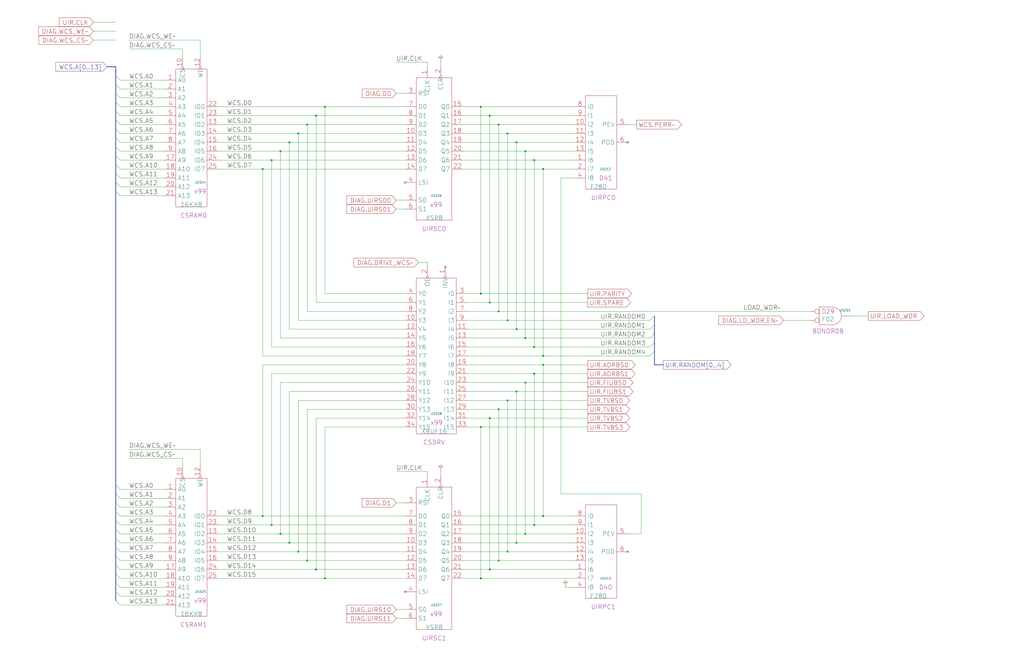
<source format=kicad_sch>
(kicad_sch (version 20220126) (generator eeschema)
  (paper "User" 584.2 378.46)
  (title_block (title "CONTROL STORE\\nRAMS / UIR") (date "22-SEP-90") (rev "2.0") (comment 1 "IOC") (comment 2 "232-003061") (comment 3 "S400") (comment 4 "RELEASED"))
  (lib_symbols
    (symbol "r1000:16KX8" (pin_names (offset 1.016))
      (property "Reference" "U" (at 2.54 5.08 0))
      (property "Value" "16KX8" (at -8.89 -7.62 0))
      (property "Location" "___" (at -1.27 0 0))
      (property "Name" "______" (at -1.27 -15.24 0))
      (symbol "16KX8_1_1"
        (rectangle (start -11.43 69.85) (end 6.35 -8.89))
        (circle (center -7.62 70.485) (radius 0.635))
        (circle (center 2.54 70.485) (radius 0.635))
        (pin input line (at -17.78 63.5 0) (length 6.35) (name "A0") (number "1"))
        (pin input line (at -7.62 76.2 270) (length 5.08) (name "CS") (number "10"))
        (pin input line (at 2.54 76.2 270) (length 5.08) (name "WE") (number "12"))
        (pin tri_state line (at 12.7 38.1 180) (length 6.35) (name "IO2") (number "13"))
        (pin tri_state line (at 12.7 33.02 180) (length 6.35) (name "IO3") (number "14"))
        (pin tri_state line (at 12.7 27.94 180) (length 6.35) (name "IO4") (number "15"))
        (pin tri_state line (at 12.7 22.86 180) (length 6.35) (name "IO5") (number "16"))
        (pin input line (at -17.78 17.78 0) (length 6.35) (name "A9") (number "17"))
        (pin input line (at -17.78 12.7 0) (length 6.35) (name "A10") (number "18"))
        (pin input line (at -17.78 7.62 0) (length 6.35) (name "A11") (number "19"))
        (pin input line (at -17.78 58.42 0) (length 6.35) (name "A1") (number "2"))
        (pin input line (at -17.78 2.54 0) (length 6.35) (name "A12") (number "20"))
        (pin input line (at -17.78 -2.54 0) (length 6.35) (name "A13") (number "21"))
        (pin tri_state line (at 12.7 48.26 180) (length 6.35) (name "IO0") (number "22"))
        (pin tri_state line (at 12.7 43.18 180) (length 6.35) (name "IO1") (number "23"))
        (pin tri_state line (at 12.7 17.78 180) (length 6.35) (name "IO6") (number "24"))
        (pin tri_state line (at 12.7 12.7 180) (length 6.35) (name "IO7") (number "25"))
        (pin input line (at -17.78 53.34 0) (length 6.35) (name "A2") (number "3"))
        (pin input line (at -17.78 48.26 0) (length 6.35) (name "A3") (number "4"))
        (pin input line (at -17.78 43.18 0) (length 6.35) (name "A4") (number "5"))
        (pin input line (at -17.78 38.1 0) (length 6.35) (name "A5") (number "6"))
        (pin input line (at -17.78 33.02 0) (length 6.35) (name "A6") (number "7"))
        (pin input line (at -17.78 27.94 0) (length 6.35) (name "A7") (number "8"))
        (pin input line (at -17.78 22.86 0) (length 6.35) (name "A8") (number "9"))
      )
    )
    (symbol "r1000:F02" (pin_numbers hide) (pin_names hide)
      (property "Reference" "U" (at 12.16 0.635 0))
      (property "Value" "F02" (at -1.27 -4.445 0))
      (property "Location" "___" (at 2.54 0 0))
      (property "Name" "______" (at 2.54 -12.7 0))
      (symbol "F02_0_1"
        (arc (start -3.81 -7.62) (mid -2.9847 -2.54) (end -3.81 2.54) (stroke (width 0.1524)))
        (polyline (pts (xy -5.08 -5.08) (xy -3.175 -5.08)) (stroke (width 0.1524)))
        (polyline (pts (xy -5.08 0) (xy -3.175 0)) (stroke (width 0.1524)))
        (polyline (pts (xy -3.81 -7.62) (xy 2.54 -7.62)) (stroke (width 0.1524)))
        (polyline (pts (xy -3.81 2.54) (xy 2.54 2.54)) (stroke (width 0.1524)))
        (polyline (pts (xy 13.97 -2.54) (xy 12.7 -2.54)) (stroke (width 0.1524)))
        (arc (start 2.54 -7.62) (mid 6.9515 -5.9823) (end 10.16 -2.54) (stroke (width 0.1524)))
        (arc (start 10.16 -2.54) (mid 6.9478 0.8966) (end 2.54 2.54) (stroke (width 0.1524)))
        (circle (center 11.43 -2.54) (radius 1.27) (stroke (width 0.1524)))
      )
      (symbol "F02_0_2"
        (circle (center -3.81 -5.08) (radius 1.27) (stroke (width 0.1524)))
        (circle (center -3.81 0) (radius 1.27) (stroke (width 0.1524)))
        (polyline (pts (xy -2.54 -7.62) (xy 5.08 -7.62)) (stroke (width 0.1524)))
        (polyline (pts (xy -2.54 2.54) (xy -2.54 -7.62)) (stroke (width 0.1524)))
        (polyline (pts (xy -2.54 2.54) (xy 5.08 2.54)) (stroke (width 0.1524)))
        (polyline (pts (xy 11.43 -2.54) (xy 10.16 -2.54)) (stroke (width 0.1524)))
        (polyline (pts (xy 11.43 -2.54) (xy 12.7 -2.54)) (stroke (width 0.1524)))
        (arc (start 5.08 -7.62) (mid 10.1282 -2.54) (end 5.08 2.54) (stroke (width 0.1524)))
      )
      (symbol "F02_1_1"
        (pin input line (at -7.62 0 0) (length 2.54) (name "D0") (number "1"))
        (pin input line (at -7.62 -5.08 0) (length 2.54) (name "D1") (number "2"))
        (pin output line (at 15.24 -2.54 180) (length 1.27) (name "Q") (number "3"))
      )
      (symbol "F02_1_2"
        (pin input line (at -7.62 0 0) (length 2.54) (name "D0") (number "1"))
        (pin input line (at -7.62 -5.08 0) (length 2.54) (name "D1") (number "2"))
        (pin output line (at 15.24 -2.54 180) (length 2.54) (name "Q") (number "3"))
      )
    )
    (symbol "r1000:F280" (pin_names (offset 1.016))
      (property "Reference" "U" (at 2.54 5.08 0))
      (property "Value" "F280" (at -6.35 -5.08 0))
      (property "Location" "___" (at -1.27 0 0))
      (property "Name" "______" (at 1.27 -12.7 0))
      (symbol "F280_1_1"
        (rectangle (start -8.89 46.99) (end 8.89 -6.35))
        (pin input line (at -15.24 10.16 0) (length 6.35) (name "I6") (number "1"))
        (pin input line (at -15.24 30.48 0) (length 6.35) (name "I2") (number "10"))
        (pin input line (at -15.24 25.4 0) (length 6.35) (name "I3") (number "11"))
        (pin input line (at -15.24 20.32 0) (length 6.35) (name "I4") (number "12"))
        (pin input line (at -15.24 15.24 0) (length 6.35) (name "I5") (number "13"))
        (pin input line (at -15.24 5.08 0) (length 6.35) (name "I7") (number "2"))
        (pin input line (at -15.24 0 0) (length 6.35) (name "I8") (number "4"))
        (pin output line (at 15.24 30.48 180) (length 6.35) (name "PEV") (number "5"))
        (pin output line (at 15.24 20.32 180) (length 6.35) (name "POD") (number "6"))
        (pin input line (at -15.24 40.64 0) (length 6.35) (name "I0") (number "8"))
        (pin input line (at -15.24 35.56 0) (length 6.35) (name "I1") (number "9"))
      )
    )
    (symbol "r1000:PU" (power) (pin_numbers hide) (pin_names hide)
      (symbol "PU_0_1"
        (polyline (pts (xy 0 2.54) (xy -1.27 2.54) (xy 0 3.81) (xy 1.27 2.54) (xy 0 2.54)) (stroke (width 0.1524)))
      )
      (symbol "PU_1_1"
        (pin power_in line (at 0 0 90) (length 2.54) (name "PU") (number "1"))
      )
    )
    (symbol "r1000:XBUF16" (pin_names (offset 1.016))
      (property "Reference" "U" (at 2.54 5.08 0))
      (property "Value" "XBUF16" (at -3.81 -5.08 0))
      (property "Location" "___" (at -1.27 0 0))
      (property "Name" "______" (at 3.81 -12.7 0))
      (symbol "XBUF16_1_1"
        (rectangle (start -8.89 82.55) (end 13.97 -6.35))
        (circle (center -2.54 83.185) (radius 0.635))
        (circle (center 7.62 83.185) (radius 0.635))
        (pin input line (at -2.54 88.9 270) (length 5.08) (name "INV") (number "1"))
        (pin tri_state line (at 20.32 58.42 180) (length 6.35) (name "Y3") (number "10"))
        (pin input line (at -15.24 53.34 0) (length 6.35) (name "I4") (number "11"))
        (pin tri_state line (at 20.32 53.34 180) (length 6.35) (name "Y4") (number "12"))
        (pin input line (at -15.24 48.26 0) (length 6.35) (name "I5") (number "13"))
        (pin tri_state line (at 20.32 48.26 180) (length 6.35) (name "Y5") (number "14"))
        (pin input line (at -15.24 43.18 0) (length 6.35) (name "I6") (number "15"))
        (pin tri_state line (at 20.32 43.18 180) (length 6.35) (name "Y6") (number "16"))
        (pin input line (at -15.24 38.1 0) (length 6.35) (name "I7") (number "17"))
        (pin tri_state line (at 20.32 38.1 180) (length 6.35) (name "Y7") (number "18"))
        (pin input line (at -15.24 33.02 0) (length 6.35) (name "I8") (number "19"))
        (pin input line (at 7.62 88.9 270) (length 5.08) (name "OE") (number "2"))
        (pin tri_state line (at 20.32 33.02 180) (length 6.35) (name "Y8") (number "20"))
        (pin input line (at -15.24 27.94 0) (length 6.35) (name "I9") (number "21"))
        (pin tri_state line (at 20.32 27.94 180) (length 6.35) (name "Y9") (number "22"))
        (pin input line (at -15.24 22.86 0) (length 6.35) (name "I10") (number "23"))
        (pin tri_state line (at 20.32 22.86 180) (length 6.35) (name "Y10") (number "24"))
        (pin input line (at -15.24 17.78 0) (length 6.35) (name "I11") (number "25"))
        (pin tri_state line (at 20.32 17.78 180) (length 6.35) (name "Y11") (number "26"))
        (pin input line (at -15.24 12.7 0) (length 6.35) (name "I12") (number "27"))
        (pin tri_state line (at 20.32 12.7 180) (length 6.35) (name "Y12") (number "28"))
        (pin input line (at -15.24 7.62 0) (length 6.35) (name "I13") (number "29"))
        (pin input line (at -15.24 73.66 0) (length 6.35) (name "I0") (number "3"))
        (pin tri_state line (at 20.32 7.62 180) (length 6.35) (name "Y13") (number "30"))
        (pin input line (at -15.24 2.54 0) (length 6.35) (name "I14") (number "31"))
        (pin tri_state line (at 20.32 2.54 180) (length 6.35) (name "Y14") (number "32"))
        (pin input line (at -15.24 -2.54 0) (length 6.35) (name "I15") (number "33"))
        (pin tri_state line (at 20.32 -2.54 180) (length 6.35) (name "Y15") (number "34"))
        (pin tri_state line (at 20.32 73.66 180) (length 6.35) (name "Y0") (number "4"))
        (pin input line (at -15.24 68.58 0) (length 6.35) (name "I1") (number "5"))
        (pin tri_state line (at 20.32 68.58 180) (length 6.35) (name "Y1") (number "6"))
        (pin input line (at -15.24 63.5 0) (length 6.35) (name "I2") (number "7"))
        (pin tri_state line (at 20.32 63.5 180) (length 6.35) (name "Y2") (number "8"))
        (pin input line (at -15.24 58.42 0) (length 6.35) (name "I3") (number "9"))
      )
    )
    (symbol "r1000:XSR8" (pin_names (offset 1.016))
      (property "Reference" "U" (at 2.54 5.08 0))
      (property "Value" "XSR8" (at -3.81 -7.62 0))
      (property "Location" "___" (at -1.27 0 0))
      (property "Name" "______" (at 1.27 -15.24 0))
      (symbol "XSR8_1_1"
        (rectangle (start -8.89 72.39) (end 11.43 -8.89))
        (circle (center 5.08 73.025) (radius 0.635))
        (pin input line (at -2.54 78.74 270) (length 6.35) (name "CLK") (number "1"))
        (pin input line (at -15.24 40.64 0) (length 6.35) (name "D3") (number "10"))
        (pin input line (at -15.24 35.56 0) (length 6.35) (name "D4") (number "11"))
        (pin input line (at -15.24 30.48 0) (length 6.35) (name "D5") (number "12"))
        (pin input line (at -15.24 25.4 0) (length 6.35) (name "D6") (number "13"))
        (pin input line (at -15.24 20.32 0) (length 6.35) (name "D7") (number "14"))
        (pin output line (at 17.78 55.88 180) (length 6.35) (name "Q0") (number "15"))
        (pin output line (at 17.78 50.8 180) (length 6.35) (name "Q1") (number "16"))
        (pin output line (at 17.78 45.72 180) (length 6.35) (name "Q2") (number "17"))
        (pin output line (at 17.78 40.64 180) (length 6.35) (name "Q3") (number "18"))
        (pin output line (at 17.78 35.56 180) (length 6.35) (name "Q4") (number "19"))
        (pin input line (at 5.08 78.74 270) (length 5.08) (name "CLR") (number "2"))
        (pin output line (at 17.78 30.48 180) (length 6.35) (name "Q5") (number "20"))
        (pin output line (at 17.78 25.4 180) (length 6.35) (name "Q6") (number "21"))
        (pin output line (at 17.78 20.32 180) (length 6.35) (name "Q7") (number "22"))
        (pin input line (at -15.24 63.5 0) (length 6.35) (name "RSI") (number "3"))
        (pin input line (at -15.24 12.7 0) (length 6.35) (name "LSI") (number "4"))
        (pin input line (at -15.24 2.54 0) (length 6.35) (name "S0") (number "5"))
        (pin input line (at -15.24 -2.54 0) (length 6.35) (name "S1") (number "6"))
        (pin input line (at -15.24 55.88 0) (length 6.35) (name "D0") (number "7"))
        (pin input line (at -15.24 50.8 0) (length 6.35) (name "D1") (number "8"))
        (pin input line (at -15.24 45.72 0) (length 6.35) (name "D2") (number "9"))
      )
    )
  )
  (bus (pts (xy 373.38 180.34) (xy 373.38 185.42)))
  (bus (pts (xy 373.38 185.42) (xy 373.38 190.5)))
  (bus (pts (xy 373.38 190.5) (xy 373.38 195.58)))
  (bus (pts (xy 373.38 195.58) (xy 373.38 200.66)))
  (bus (pts (xy 373.38 208.28) (xy 373.38 200.66)))
  (bus (pts (xy 378.46 208.28) (xy 373.38 208.28)))
  (bus (pts (xy 60.96 38.1) (xy 66.04 38.1)))
  (bus (pts (xy 66.04 104.14) (xy 66.04 109.22)))
  (bus (pts (xy 66.04 109.22) (xy 66.04 276.86)))
  (bus (pts (xy 66.04 276.86) (xy 66.04 281.94)))
  (bus (pts (xy 66.04 281.94) (xy 66.04 287.02)))
  (bus (pts (xy 66.04 287.02) (xy 66.04 292.1)))
  (bus (pts (xy 66.04 292.1) (xy 66.04 297.18)))
  (bus (pts (xy 66.04 297.18) (xy 66.04 302.26)))
  (bus (pts (xy 66.04 302.26) (xy 66.04 307.34)))
  (bus (pts (xy 66.04 307.34) (xy 66.04 312.42)))
  (bus (pts (xy 66.04 312.42) (xy 66.04 317.5)))
  (bus (pts (xy 66.04 317.5) (xy 66.04 322.58)))
  (bus (pts (xy 66.04 322.58) (xy 66.04 327.66)))
  (bus (pts (xy 66.04 327.66) (xy 66.04 332.74)))
  (bus (pts (xy 66.04 332.74) (xy 66.04 337.82)))
  (bus (pts (xy 66.04 337.82) (xy 66.04 342.9)))
  (bus (pts (xy 66.04 38.1) (xy 66.04 43.18)))
  (bus (pts (xy 66.04 43.18) (xy 66.04 48.26)))
  (bus (pts (xy 66.04 48.26) (xy 66.04 53.34)))
  (bus (pts (xy 66.04 53.34) (xy 66.04 58.42)))
  (bus (pts (xy 66.04 58.42) (xy 66.04 63.5)))
  (bus (pts (xy 66.04 63.5) (xy 66.04 68.58)))
  (bus (pts (xy 66.04 68.58) (xy 66.04 73.66)))
  (bus (pts (xy 66.04 73.66) (xy 66.04 78.74)))
  (bus (pts (xy 66.04 78.74) (xy 66.04 83.82)))
  (bus (pts (xy 66.04 83.82) (xy 66.04 88.9)))
  (bus (pts (xy 66.04 88.9) (xy 66.04 93.98)))
  (bus (pts (xy 66.04 93.98) (xy 66.04 99.06)))
  (bus (pts (xy 66.04 99.06) (xy 66.04 104.14)))
  (wire (pts (xy 104.14 266.7) (xy 104.14 261.62)))
  (wire (pts (xy 104.14 33.02) (xy 104.14 27.94)))
  (wire (pts (xy 114.3 266.7) (xy 114.3 256.54)))
  (wire (pts (xy 114.3 33.02) (xy 114.3 22.86)))
  (wire (pts (xy 124.46 294.64) (xy 149.86 294.64)))
  (wire (pts (xy 124.46 299.72) (xy 154.94 299.72)))
  (wire (pts (xy 124.46 304.8) (xy 160.02 304.8)))
  (wire (pts (xy 124.46 309.88) (xy 165.1 309.88)))
  (wire (pts (xy 124.46 314.96) (xy 170.18 314.96)))
  (wire (pts (xy 124.46 320.04) (xy 175.26 320.04)))
  (wire (pts (xy 124.46 325.12) (xy 180.34 325.12)))
  (wire (pts (xy 124.46 330.2) (xy 185.42 330.2)))
  (wire (pts (xy 124.46 60.96) (xy 185.42 60.96)))
  (wire (pts (xy 124.46 66.04) (xy 180.34 66.04)))
  (wire (pts (xy 124.46 71.12) (xy 175.26 71.12)))
  (wire (pts (xy 124.46 76.2) (xy 170.18 76.2)))
  (wire (pts (xy 124.46 81.28) (xy 165.1 81.28)))
  (wire (pts (xy 124.46 86.36) (xy 160.02 86.36)))
  (wire (pts (xy 124.46 91.44) (xy 154.94 91.44)))
  (wire (pts (xy 124.46 96.52) (xy 149.86 96.52)))
  (wire (pts (xy 149.86 203.2) (xy 149.86 96.52)))
  (wire (pts (xy 149.86 208.28) (xy 149.86 294.64)))
  (wire (pts (xy 149.86 294.64) (xy 231.14 294.64)))
  (wire (pts (xy 149.86 96.52) (xy 231.14 96.52)))
  (wire (pts (xy 154.94 198.12) (xy 154.94 91.44)))
  (wire (pts (xy 154.94 213.36) (xy 154.94 299.72)))
  (wire (pts (xy 154.94 299.72) (xy 231.14 299.72)))
  (wire (pts (xy 154.94 91.44) (xy 231.14 91.44)))
  (wire (pts (xy 160.02 193.04) (xy 160.02 86.36)))
  (wire (pts (xy 160.02 218.44) (xy 160.02 304.8)))
  (wire (pts (xy 160.02 304.8) (xy 231.14 304.8)))
  (wire (pts (xy 160.02 86.36) (xy 231.14 86.36)))
  (wire (pts (xy 165.1 187.96) (xy 165.1 81.28)))
  (wire (pts (xy 165.1 223.52) (xy 165.1 309.88)))
  (wire (pts (xy 165.1 309.88) (xy 231.14 309.88)))
  (wire (pts (xy 165.1 81.28) (xy 231.14 81.28)))
  (wire (pts (xy 170.18 182.88) (xy 170.18 76.2)))
  (wire (pts (xy 170.18 228.6) (xy 170.18 314.96)))
  (wire (pts (xy 170.18 314.96) (xy 231.14 314.96)))
  (wire (pts (xy 170.18 76.2) (xy 231.14 76.2)))
  (wire (pts (xy 175.26 177.8) (xy 175.26 71.12)))
  (wire (pts (xy 175.26 233.68) (xy 175.26 320.04)))
  (wire (pts (xy 175.26 320.04) (xy 231.14 320.04)))
  (wire (pts (xy 175.26 71.12) (xy 231.14 71.12)))
  (wire (pts (xy 180.34 172.72) (xy 180.34 66.04)))
  (wire (pts (xy 180.34 238.76) (xy 180.34 325.12)))
  (wire (pts (xy 180.34 325.12) (xy 231.14 325.12)))
  (wire (pts (xy 180.34 66.04) (xy 231.14 66.04)))
  (wire (pts (xy 185.42 167.64) (xy 185.42 60.96)))
  (wire (pts (xy 185.42 243.84) (xy 185.42 330.2)))
  (wire (pts (xy 185.42 330.2) (xy 231.14 330.2)))
  (wire (pts (xy 185.42 60.96) (xy 231.14 60.96)))
  (wire (pts (xy 226.06 114.3) (xy 231.14 114.3)))
  (wire (pts (xy 226.06 119.38) (xy 231.14 119.38)))
  (wire (pts (xy 226.06 269.24) (xy 243.84 269.24)))
  (wire (pts (xy 226.06 287.02) (xy 231.14 287.02)))
  (wire (pts (xy 226.06 347.98) (xy 231.14 347.98)))
  (wire (pts (xy 226.06 35.56) (xy 243.84 35.56)))
  (wire (pts (xy 226.06 353.06) (xy 231.14 353.06)))
  (wire (pts (xy 226.06 53.34) (xy 231.14 53.34)))
  (wire (pts (xy 231.14 167.64) (xy 185.42 167.64)))
  (wire (pts (xy 231.14 172.72) (xy 180.34 172.72)))
  (wire (pts (xy 231.14 177.8) (xy 175.26 177.8)))
  (wire (pts (xy 231.14 182.88) (xy 170.18 182.88)))
  (wire (pts (xy 231.14 187.96) (xy 165.1 187.96)))
  (wire (pts (xy 231.14 193.04) (xy 160.02 193.04)))
  (wire (pts (xy 231.14 198.12) (xy 154.94 198.12)))
  (wire (pts (xy 231.14 203.2) (xy 149.86 203.2)))
  (wire (pts (xy 231.14 208.28) (xy 149.86 208.28)))
  (wire (pts (xy 231.14 213.36) (xy 154.94 213.36)))
  (wire (pts (xy 231.14 218.44) (xy 160.02 218.44)))
  (wire (pts (xy 231.14 223.52) (xy 165.1 223.52)))
  (wire (pts (xy 231.14 228.6) (xy 170.18 228.6)))
  (wire (pts (xy 231.14 233.68) (xy 175.26 233.68)))
  (wire (pts (xy 231.14 238.76) (xy 180.34 238.76)))
  (wire (pts (xy 231.14 243.84) (xy 185.42 243.84)))
  (wire (pts (xy 238.76 149.86) (xy 243.84 149.86)))
  (wire (pts (xy 243.84 149.86) (xy 243.84 152.4)))
  (wire (pts (xy 243.84 271.78) (xy 243.84 269.24)))
  (wire (pts (xy 243.84 38.1) (xy 243.84 35.56)))
  (wire (pts (xy 251.46 269.24) (xy 251.46 271.78)))
  (wire (pts (xy 251.46 35.56) (xy 251.46 38.1)))
  (wire (pts (xy 264.16 294.64) (xy 309.88 294.64)))
  (wire (pts (xy 264.16 299.72) (xy 304.8 299.72)))
  (wire (pts (xy 264.16 304.8) (xy 299.72 304.8)))
  (wire (pts (xy 264.16 309.88) (xy 294.64 309.88)))
  (wire (pts (xy 264.16 314.96) (xy 289.56 314.96)))
  (wire (pts (xy 264.16 320.04) (xy 284.48 320.04)))
  (wire (pts (xy 264.16 325.12) (xy 279.4 325.12)))
  (wire (pts (xy 264.16 330.2) (xy 274.32 330.2)))
  (wire (pts (xy 264.16 60.96) (xy 274.32 60.96)))
  (wire (pts (xy 264.16 66.04) (xy 279.4 66.04)))
  (wire (pts (xy 264.16 71.12) (xy 284.48 71.12)))
  (wire (pts (xy 264.16 76.2) (xy 289.56 76.2)))
  (wire (pts (xy 264.16 81.28) (xy 294.64 81.28)))
  (wire (pts (xy 264.16 86.36) (xy 299.72 86.36)))
  (wire (pts (xy 264.16 91.44) (xy 304.8 91.44)))
  (wire (pts (xy 264.16 96.52) (xy 309.88 96.52)))
  (wire (pts (xy 266.7 167.64) (xy 274.32 167.64)))
  (wire (pts (xy 266.7 172.72) (xy 279.4 172.72)))
  (wire (pts (xy 266.7 177.8) (xy 284.48 177.8)))
  (wire (pts (xy 266.7 182.88) (xy 289.56 182.88)))
  (wire (pts (xy 266.7 187.96) (xy 294.64 187.96)))
  (wire (pts (xy 266.7 193.04) (xy 299.72 193.04)))
  (wire (pts (xy 266.7 198.12) (xy 304.8 198.12)))
  (wire (pts (xy 266.7 203.2) (xy 309.88 203.2)))
  (wire (pts (xy 266.7 208.28) (xy 309.88 208.28)))
  (wire (pts (xy 266.7 213.36) (xy 304.8 213.36)))
  (wire (pts (xy 266.7 218.44) (xy 299.72 218.44)))
  (wire (pts (xy 266.7 223.52) (xy 294.64 223.52)))
  (wire (pts (xy 266.7 228.6) (xy 289.56 228.6)))
  (wire (pts (xy 266.7 233.68) (xy 284.48 233.68)))
  (wire (pts (xy 266.7 238.76) (xy 279.4 238.76)))
  (wire (pts (xy 266.7 243.84) (xy 274.32 243.84)))
  (wire (pts (xy 274.32 167.64) (xy 274.32 60.96)))
  (wire (pts (xy 274.32 167.64) (xy 335.28 167.64)))
  (wire (pts (xy 274.32 243.84) (xy 274.32 330.2)))
  (wire (pts (xy 274.32 243.84) (xy 335.28 243.84)))
  (wire (pts (xy 274.32 330.2) (xy 327.66 330.2)))
  (wire (pts (xy 274.32 60.96) (xy 327.66 60.96)))
  (wire (pts (xy 279.4 172.72) (xy 279.4 66.04)))
  (wire (pts (xy 279.4 172.72) (xy 335.28 172.72)))
  (wire (pts (xy 279.4 238.76) (xy 279.4 325.12)))
  (wire (pts (xy 279.4 238.76) (xy 335.28 238.76)))
  (wire (pts (xy 279.4 325.12) (xy 327.66 325.12)))
  (wire (pts (xy 279.4 66.04) (xy 327.66 66.04)))
  (wire (pts (xy 284.48 177.8) (xy 284.48 71.12)))
  (wire (pts (xy 284.48 177.8) (xy 462.28 177.8)))
  (wire (pts (xy 284.48 233.68) (xy 284.48 320.04)))
  (wire (pts (xy 284.48 233.68) (xy 335.28 233.68)))
  (wire (pts (xy 284.48 320.04) (xy 327.66 320.04)))
  (wire (pts (xy 284.48 71.12) (xy 327.66 71.12)))
  (wire (pts (xy 289.56 182.88) (xy 289.56 76.2)))
  (wire (pts (xy 289.56 182.88) (xy 370.84 182.88)))
  (wire (pts (xy 289.56 228.6) (xy 289.56 314.96)))
  (wire (pts (xy 289.56 228.6) (xy 335.28 228.6)))
  (wire (pts (xy 289.56 314.96) (xy 327.66 314.96)))
  (wire (pts (xy 289.56 76.2) (xy 327.66 76.2)))
  (wire (pts (xy 294.64 187.96) (xy 294.64 81.28)))
  (wire (pts (xy 294.64 187.96) (xy 370.84 187.96)))
  (wire (pts (xy 294.64 223.52) (xy 294.64 309.88)))
  (wire (pts (xy 294.64 223.52) (xy 335.28 223.52)))
  (wire (pts (xy 294.64 309.88) (xy 327.66 309.88)))
  (wire (pts (xy 294.64 81.28) (xy 327.66 81.28)))
  (wire (pts (xy 299.72 193.04) (xy 299.72 86.36)))
  (wire (pts (xy 299.72 193.04) (xy 370.84 193.04)))
  (wire (pts (xy 299.72 218.44) (xy 299.72 304.8)))
  (wire (pts (xy 299.72 218.44) (xy 335.28 218.44)))
  (wire (pts (xy 299.72 304.8) (xy 327.66 304.8)))
  (wire (pts (xy 299.72 86.36) (xy 327.66 86.36)))
  (wire (pts (xy 304.8 198.12) (xy 304.8 91.44)))
  (wire (pts (xy 304.8 198.12) (xy 370.84 198.12)))
  (wire (pts (xy 304.8 213.36) (xy 304.8 299.72)))
  (wire (pts (xy 304.8 213.36) (xy 335.28 213.36)))
  (wire (pts (xy 304.8 299.72) (xy 327.66 299.72)))
  (wire (pts (xy 304.8 91.44) (xy 327.66 91.44)))
  (wire (pts (xy 309.88 203.2) (xy 309.88 96.52)))
  (wire (pts (xy 309.88 203.2) (xy 370.84 203.2)))
  (wire (pts (xy 309.88 208.28) (xy 309.88 294.64)))
  (wire (pts (xy 309.88 208.28) (xy 335.28 208.28)))
  (wire (pts (xy 309.88 294.64) (xy 327.66 294.64)))
  (wire (pts (xy 309.88 96.52) (xy 327.66 96.52)))
  (wire (pts (xy 320.04 101.6) (xy 320.04 281.94)))
  (wire (pts (xy 320.04 101.6) (xy 327.66 101.6)))
  (wire (pts (xy 320.04 281.94) (xy 365.76 281.94)))
  (wire (pts (xy 322.58 335.28) (xy 327.66 335.28)))
  (wire (pts (xy 358.14 71.12) (xy 363.22 71.12)))
  (wire (pts (xy 365.76 281.94) (xy 365.76 304.8)))
  (wire (pts (xy 365.76 304.8) (xy 358.14 304.8)))
  (wire (pts (xy 447.04 182.88) (xy 462.28 182.88)))
  (wire (pts (xy 485.14 180.34) (xy 495.3 180.34)))
  (wire (pts (xy 53.34 12.7) (xy 66.04 12.7)))
  (wire (pts (xy 53.34 17.78) (xy 66.04 17.78)))
  (wire (pts (xy 53.34 22.86) (xy 66.04 22.86)))
  (wire (pts (xy 68.58 101.6) (xy 93.98 101.6)))
  (wire (pts (xy 68.58 106.68) (xy 93.98 106.68)))
  (wire (pts (xy 68.58 111.76) (xy 93.98 111.76)))
  (wire (pts (xy 68.58 279.4) (xy 93.98 279.4)))
  (wire (pts (xy 68.58 284.48) (xy 93.98 284.48)))
  (wire (pts (xy 68.58 289.56) (xy 93.98 289.56)))
  (wire (pts (xy 68.58 294.64) (xy 93.98 294.64)))
  (wire (pts (xy 68.58 299.72) (xy 93.98 299.72)))
  (wire (pts (xy 68.58 304.8) (xy 93.98 304.8)))
  (wire (pts (xy 68.58 309.88) (xy 93.98 309.88)))
  (wire (pts (xy 68.58 314.96) (xy 93.98 314.96)))
  (wire (pts (xy 68.58 320.04) (xy 93.98 320.04)))
  (wire (pts (xy 68.58 325.12) (xy 93.98 325.12)))
  (wire (pts (xy 68.58 330.2) (xy 93.98 330.2)))
  (wire (pts (xy 68.58 335.28) (xy 93.98 335.28)))
  (wire (pts (xy 68.58 340.36) (xy 93.98 340.36)))
  (wire (pts (xy 68.58 345.44) (xy 93.98 345.44)))
  (wire (pts (xy 68.58 45.72) (xy 93.98 45.72)))
  (wire (pts (xy 68.58 50.8) (xy 93.98 50.8)))
  (wire (pts (xy 68.58 55.88) (xy 93.98 55.88)))
  (wire (pts (xy 68.58 60.96) (xy 93.98 60.96)))
  (wire (pts (xy 68.58 66.04) (xy 93.98 66.04)))
  (wire (pts (xy 68.58 71.12) (xy 93.98 71.12)))
  (wire (pts (xy 68.58 76.2) (xy 93.98 76.2)))
  (wire (pts (xy 68.58 81.28) (xy 93.98 81.28)))
  (wire (pts (xy 68.58 86.36) (xy 93.98 86.36)))
  (wire (pts (xy 68.58 91.44) (xy 93.98 91.44)))
  (wire (pts (xy 68.58 96.52) (xy 93.98 96.52)))
  (wire (pts (xy 73.66 22.86) (xy 114.3 22.86)))
  (wire (pts (xy 73.66 256.54) (xy 114.3 256.54)))
  (wire (pts (xy 73.66 261.62) (xy 104.14 261.62)))
  (wire (pts (xy 73.66 27.94) (xy 104.14 27.94)))
  (global_label "UIR.CLK" (shape input) (at 53.34 12.7 180) (effects (font (size 2.54 2.54))) (property "Intersheet References" "${INTERSHEET_REFS}" (at 33.7578 12.5413 0) (effects (font (size 1.905 1.905)) (justify right))))
  (global_label "DIAG.WCS_WE~" (shape input) (at 53.34 17.78 180) (effects (font (size 2.54 2.54))) (property "Intersheet References" "${INTERSHEET_REFS}" (at 22.0254 17.6213 0) (effects (font (size 1.905 1.905)) (justify right))))
  (global_label "DIAG.WCS_CS~" (shape input) (at 53.34 22.86 180) (effects (font (size 2.54 2.54))) (property "Intersheet References" "${INTERSHEET_REFS}" (at 22.2673 22.7013 0) (effects (font (size 1.905 1.905)) (justify right))))
  (global_label "WCS.A[0..13]" (shape input) (at 60.96 38.1 180) (effects (font (size 2.54 2.54))) (property "Intersheet References" "${INTERSHEET_REFS}" (at 31.8226 37.9413 0) (effects (font (size 1.905 1.905)) (justify right))))
  (bus_entry (at 66.04 43.18) (size 2.54 2.54))
  (bus_entry (at 66.04 48.26) (size 2.54 2.54))
  (bus_entry (at 66.04 53.34) (size 2.54 2.54))
  (bus_entry (at 66.04 58.42) (size 2.54 2.54))
  (bus_entry (at 66.04 63.5) (size 2.54 2.54))
  (bus_entry (at 66.04 68.58) (size 2.54 2.54))
  (bus_entry (at 66.04 73.66) (size 2.54 2.54))
  (bus_entry (at 66.04 78.74) (size 2.54 2.54))
  (bus_entry (at 66.04 83.82) (size 2.54 2.54))
  (bus_entry (at 66.04 88.9) (size 2.54 2.54))
  (bus_entry (at 66.04 93.98) (size 2.54 2.54))
  (bus_entry (at 66.04 99.06) (size 2.54 2.54))
  (bus_entry (at 66.04 104.14) (size 2.54 2.54))
  (bus_entry (at 66.04 109.22) (size 2.54 2.54))
  (bus_entry (at 66.04 276.86) (size 2.54 2.54))
  (bus_entry (at 66.04 281.94) (size 2.54 2.54))
  (bus_entry (at 66.04 287.02) (size 2.54 2.54))
  (bus_entry (at 66.04 292.1) (size 2.54 2.54))
  (bus_entry (at 66.04 297.18) (size 2.54 2.54))
  (bus_entry (at 66.04 302.26) (size 2.54 2.54))
  (bus_entry (at 66.04 307.34) (size 2.54 2.54))
  (bus_entry (at 66.04 312.42) (size 2.54 2.54))
  (bus_entry (at 66.04 317.5) (size 2.54 2.54))
  (bus_entry (at 66.04 322.58) (size 2.54 2.54))
  (bus_entry (at 66.04 327.66) (size 2.54 2.54))
  (bus_entry (at 66.04 332.74) (size 2.54 2.54))
  (bus_entry (at 66.04 337.82) (size 2.54 2.54))
  (bus_entry (at 66.04 342.9) (size 2.54 2.54))
  (label "DIAG.WCS_WE~" (at 73.66 22.86 0) (effects (font (size 2.54 2.54))))
  (label "DIAG.WCS_CS~" (at 73.66 27.94 0) (effects (font (size 2.54 2.54))))
  (label "WCS.A0" (at 73.66 45.72 0) (effects (font (size 2.54 2.54))))
  (label "WCS.A1" (at 73.66 50.8 0) (effects (font (size 2.54 2.54))))
  (label "WCS.A2" (at 73.66 55.88 0) (effects (font (size 2.54 2.54))))
  (label "WCS.A3" (at 73.66 60.96 0) (effects (font (size 2.54 2.54))))
  (label "WCS.A4" (at 73.66 66.04 0) (effects (font (size 2.54 2.54))))
  (label "WCS.A5" (at 73.66 71.12 0) (effects (font (size 2.54 2.54))))
  (label "WCS.A6" (at 73.66 76.2 0) (effects (font (size 2.54 2.54))))
  (label "WCS.A7" (at 73.66 81.28 0) (effects (font (size 2.54 2.54))))
  (label "WCS.A8" (at 73.66 86.36 0) (effects (font (size 2.54 2.54))))
  (label "WCS.A9" (at 73.66 91.44 0) (effects (font (size 2.54 2.54))))
  (label "WCS.A10" (at 73.66 96.52 0) (effects (font (size 2.54 2.54))))
  (label "WCS.A11" (at 73.66 101.6 0) (effects (font (size 2.54 2.54))))
  (label "WCS.A12" (at 73.66 106.68 0) (effects (font (size 2.54 2.54))))
  (label "WCS.A13" (at 73.66 111.76 0) (effects (font (size 2.54 2.54))))
  (label "DIAG.WCS_WE~" (at 73.66 256.54 0) (effects (font (size 2.54 2.54))))
  (label "DIAG.WCS_CS~" (at 73.66 261.62 0) (effects (font (size 2.54 2.54))))
  (label "WCS.A0" (at 73.66 279.4 0) (effects (font (size 2.54 2.54))))
  (label "WCS.A1" (at 73.66 284.48 0) (effects (font (size 2.54 2.54))))
  (label "WCS.A2" (at 73.66 289.56 0) (effects (font (size 2.54 2.54))))
  (label "WCS.A3" (at 73.66 294.64 0) (effects (font (size 2.54 2.54))))
  (label "WCS.A4" (at 73.66 299.72 0) (effects (font (size 2.54 2.54))))
  (label "WCS.A5" (at 73.66 304.8 0) (effects (font (size 2.54 2.54))))
  (label "WCS.A6" (at 73.66 309.88 0) (effects (font (size 2.54 2.54))))
  (label "WCS.A7" (at 73.66 314.96 0) (effects (font (size 2.54 2.54))))
  (label "WCS.A8" (at 73.66 320.04 0) (effects (font (size 2.54 2.54))))
  (label "WCS.A9" (at 73.66 325.12 0) (effects (font (size 2.54 2.54))))
  (label "WCS.A10" (at 73.66 330.2 0) (effects (font (size 2.54 2.54))))
  (label "WCS.A11" (at 73.66 335.28 0) (effects (font (size 2.54 2.54))))
  (label "WCS.A12" (at 73.66 340.36 0) (effects (font (size 2.54 2.54))))
  (label "WCS.A13" (at 73.66 345.44 0) (effects (font (size 2.54 2.54))))
  (symbol (lib_id "r1000:16KX8") (at 111.76 109.22 0) (unit 1)
    (property "Reference" "U5324" (at 114.3 104.14 0))
    (property "Value" "16KX8" (at 102.87 116.84 0) (effects (font (size 2.54 2.54)) (justify left)))
    (property "Location" "x99" (at 110.49 109.22 0) (effects (font (size 2.54 2.54)) (justify left)))
    (property "Name" "CSRAM0" (at 110.49 124.46 0) (effects (font (size 2.54 2.54)) (justify bottom)))
  )
  (symbol (lib_id "r1000:16KX8") (at 111.76 342.9 0) (unit 1)
    (property "Reference" "U5325" (at 114.3 337.82 0))
    (property "Value" "16KX8" (at 102.87 350.52 0) (effects (font (size 2.54 2.54)) (justify left)))
    (property "Location" "x99" (at 110.49 342.9 0) (effects (font (size 2.54 2.54)) (justify left)))
    (property "Name" "CSRAM1" (at 110.49 358.14 0) (effects (font (size 2.54 2.54)) (justify bottom)))
  )
  (label "WCS.D0" (at 129.54 60.96 0) (effects (font (size 2.54 2.54))))
  (label "WCS.D1" (at 129.54 66.04 0) (effects (font (size 2.54 2.54))))
  (label "WCS.D2" (at 129.54 71.12 0) (effects (font (size 2.54 2.54))))
  (label "WCS.D3" (at 129.54 76.2 0) (effects (font (size 2.54 2.54))))
  (label "WCS.D4" (at 129.54 81.28 0) (effects (font (size 2.54 2.54))))
  (label "WCS.D5" (at 129.54 86.36 0) (effects (font (size 2.54 2.54))))
  (label "WCS.D6" (at 129.54 91.44 0) (effects (font (size 2.54 2.54))))
  (label "WCS.D7" (at 129.54 96.52 0) (effects (font (size 2.54 2.54))))
  (label "WCS.D8" (at 129.54 294.64 0) (effects (font (size 2.54 2.54))))
  (label "WCS.D9" (at 129.54 299.72 0) (effects (font (size 2.54 2.54))))
  (label "WCS.D10" (at 129.54 304.8 0) (effects (font (size 2.54 2.54))))
  (label "WCS.D11" (at 129.54 309.88 0) (effects (font (size 2.54 2.54))))
  (label "WCS.D12" (at 129.54 314.96 0) (effects (font (size 2.54 2.54))))
  (label "WCS.D13" (at 129.54 320.04 0) (effects (font (size 2.54 2.54))))
  (label "WCS.D14" (at 129.54 325.12 0) (effects (font (size 2.54 2.54))))
  (label "WCS.D15" (at 129.54 330.2 0) (effects (font (size 2.54 2.54))))
  (junction (at 149.86 96.52))
  (junction (at 149.86 294.64))
  (junction (at 154.94 91.44))
  (junction (at 154.94 299.72))
  (junction (at 160.02 86.36))
  (junction (at 160.02 304.8))
  (junction (at 165.1 81.28))
  (junction (at 165.1 309.88))
  (junction (at 170.18 76.2))
  (junction (at 170.18 314.96))
  (junction (at 175.26 71.12))
  (junction (at 175.26 320.04))
  (junction (at 180.34 66.04))
  (junction (at 180.34 325.12))
  (junction (at 185.42 60.96))
  (junction (at 185.42 330.2))
  (label "UIR.CLK" (at 226.06 35.56 0) (effects (font (size 2.54 2.54))))
  (global_label "DIAG.D0" (shape input) (at 226.06 53.34 180) (effects (font (size 2.54 2.54))) (property "Intersheetrefs" "${INTERSHEET_REFS}" (at 205.7415 53.34 0) (effects (justify right))))
  (global_label "DIAG.UIRS00" (shape input) (at 226.06 114.3 180) (effects (font (size 2.54 2.54))) (property "Intersheet References" "${INTERSHEET_REFS}" (at 197.8902 114.1413 0) (effects (font (size 1.905 1.905)) (justify right))))
  (global_label "DIAG.UIRS01" (shape input) (at 226.06 119.38 180) (effects (font (size 2.54 2.54))) (property "Intersheet References" "${INTERSHEET_REFS}" (at 197.8902 119.2213 0) (effects (font (size 1.905 1.905)) (justify right))))
  (label "UIR.CLK" (at 226.06 269.24 0) (effects (font (size 2.54 2.54))))
  (global_label "DIAG.D1" (shape input) (at 226.06 287.02 180) (effects (font (size 2.54 2.54))) (property "Intersheet References" "${INTERSHEET_REFS}" (at 206.5988 286.8613 0) (effects (font (size 1.905 1.905)) (justify right))))
  (global_label "DIAG.UIRS10" (shape input) (at 226.06 347.98 180) (effects (font (size 2.54 2.54))) (property "Intersheet References" "${INTERSHEET_REFS}" (at 197.8902 347.8213 0) (effects (font (size 1.905 1.905)) (justify right))))
  (global_label "DIAG.UIRS11" (shape input) (at 226.06 353.06 180) (effects (font (size 2.54 2.54))) (property "Intersheet References" "${INTERSHEET_REFS}" (at 197.8902 352.9013 0) (effects (font (size 1.905 1.905)) (justify right))))
  (no_connect (at 231.14 104.14))
  (no_connect (at 231.14 337.82))
  (global_label "DIAG.DRIVE_WCS~" (shape input) (at 238.76 149.86 180) (effects (font (size 2.54 2.54))) (property "Intersheet References" "${INTERSHEET_REFS}" (at 201.8816 149.7013 0) (effects (font (size 1.905 1.905)) (justify right))))
  (symbol (lib_id "r1000:XSR8") (at 246.38 116.84 0) (unit 1)
    (property "Reference" "U5326" (at 248.92 111.76 0))
    (property "Value" "XSR8" (at 242.57 124.46 0) (effects (font (size 2.54 2.54)) (justify left)))
    (property "Location" "x99" (at 245.11 116.84 0) (effects (font (size 2.54 2.54)) (justify left)))
    (property "Name" "UIRSC0" (at 247.65 132.08 0) (effects (font (size 2.54 2.54)) (justify bottom)))
  )
  (symbol (lib_id "r1000:XSR8") (at 246.38 350.52 0) (unit 1)
    (property "Reference" "U5327" (at 248.92 345.44 0))
    (property "Value" "XSR8" (at 242.57 358.14 0) (effects (font (size 2.54 2.54)) (justify left)))
    (property "Location" "x99" (at 245.11 350.52 0) (effects (font (size 2.54 2.54)) (justify left)))
    (property "Name" "UIRSC1" (at 247.65 365.76 0) (effects (font (size 2.54 2.54)) (justify bottom)))
  )
  (symbol (lib_id "r1000:PU") (at 251.46 35.56 0) (unit 1)
    (property "Reference" "#PWR05201" (effects hide))
    (property "Value" "PU" (effects hide))
  )
  (symbol (lib_id "r1000:XBUF16") (at 251.46 241.3 0) (mirror y) (unit 1)
    (property "Reference" "U5328" (at 248.92 236.22 0))
    (property "Value" "XBUF16" (at 255.27 246.38 0) (effects (font (size 2.54 2.54)) (justify left)))
    (property "Location" "x99" (at 252.73 241.3 0) (effects (font (size 2.54 2.54)) (justify left)))
    (property "Name" "CSDRV" (at 247.65 254 0) (effects (font (size 2.54 2.54)) (justify bottom)))
  )
  (symbol (lib_id "r1000:PU") (at 251.46 269.24 0) (unit 1)
    (property "Reference" "#PWR05314" (effects hide))
    (property "Value" "PU" (effects hide))
  )
  (no_connect (at 254 152.4))
  (junction (at 274.32 60.96))
  (junction (at 274.32 167.64))
  (junction (at 274.32 243.84))
  (junction (at 274.32 330.2))
  (junction (at 279.4 66.04))
  (junction (at 279.4 172.72))
  (junction (at 279.4 238.76))
  (junction (at 279.4 325.12))
  (junction (at 284.48 71.12))
  (junction (at 284.48 177.8))
  (junction (at 284.48 233.68))
  (junction (at 284.48 320.04))
  (junction (at 289.56 76.2))
  (junction (at 289.56 182.88))
  (junction (at 289.56 228.6))
  (junction (at 289.56 314.96))
  (junction (at 294.64 81.28))
  (junction (at 294.64 187.96))
  (junction (at 294.64 223.52))
  (junction (at 294.64 309.88))
  (junction (at 299.72 86.36))
  (junction (at 299.72 193.04))
  (junction (at 299.72 218.44))
  (junction (at 299.72 304.8))
  (junction (at 304.8 91.44))
  (junction (at 304.8 198.12))
  (junction (at 304.8 213.36))
  (junction (at 304.8 299.72))
  (junction (at 309.88 96.52))
  (junction (at 309.88 203.2))
  (junction (at 309.88 208.28))
  (junction (at 309.88 294.64))
  (symbol (lib_id "r1000:PU") (at 322.58 335.28 0) (unit 1)
    (property "Reference" "#PWR05205" (effects hide))
    (property "Value" "PU" (effects hide))
  )
  (global_label "UIR.PARITY" (shape output) (at 335.28 167.64 0) (effects (font (size 2.54 2.54))) (property "Intersheet References" "${INTERSHEET_REFS}" (at 360.305 167.4813 0) (effects (font (size 1.905 1.905)) (justify left))))
  (global_label "UIR.SPARE" (shape output) (at 335.28 172.72 0) (effects (font (size 2.54 2.54))) (property "Intersheet References" "${INTERSHEET_REFS}" (at 359.7003 172.5613 0) (effects (font (size 1.905 1.905)) (justify left))))
  (global_label "UIR.ADRBS0" (shape output) (at 335.28 208.28 0) (effects (font (size 2.54 2.54))) (property "Intersheet References" "${INTERSHEET_REFS}" (at 362.3612 208.1213 0) (effects (font (size 1.905 1.905)) (justify left))))
  (global_label "UIR.ADRBS1" (shape output) (at 335.28 213.36 0) (effects (font (size 2.54 2.54))) (property "Intersheet References" "${INTERSHEET_REFS}" (at 362.3612 213.2013 0) (effects (font (size 1.905 1.905)) (justify left))))
  (global_label "UIR.FIUBS0" (shape output) (at 335.28 218.44 0) (effects (font (size 2.54 2.54))) (property "Intersheet References" "${INTERSHEET_REFS}" (at 361.1517 218.2813 0) (effects (font (size 1.905 1.905)) (justify left))))
  (global_label "UIR.FIUBS1" (shape output) (at 335.28 223.52 0) (effects (font (size 2.54 2.54))) (property "Intersheet References" "${INTERSHEET_REFS}" (at 361.1517 223.3613 0) (effects (font (size 1.905 1.905)) (justify left))))
  (global_label "UIR.TVBS0" (shape output) (at 335.28 228.6 0) (effects (font (size 2.54 2.54))) (property "Intersheet References" "${INTERSHEET_REFS}" (at 359.2165 228.4413 0) (effects (font (size 1.905 1.905)) (justify left))))
  (global_label "UIR.TVBS1" (shape output) (at 335.28 233.68 0) (effects (font (size 2.54 2.54))) (property "Intersheet References" "${INTERSHEET_REFS}" (at 359.2165 233.5213 0) (effects (font (size 1.905 1.905)) (justify left))))
  (global_label "UIR.TVBS2" (shape output) (at 335.28 238.76 0) (effects (font (size 2.54 2.54))) (property "Intersheet References" "${INTERSHEET_REFS}" (at 359.2165 238.6013 0) (effects (font (size 1.905 1.905)) (justify left))))
  (global_label "UIR.TVBS3" (shape output) (at 335.28 243.84 0) (effects (font (size 2.54 2.54))) (property "Intersheet References" "${INTERSHEET_REFS}" (at 359.2165 243.6813 0) (effects (font (size 1.905 1.905)) (justify left))))
  (symbol (lib_id "r1000:F280") (at 342.9 101.6 0) (unit 1)
    (property "Reference" "U5212" (at 345.44 96.52 0))
    (property "Value" "F280" (at 336.55 106.68 0) (effects (font (size 2.54 2.54)) (justify left)))
    (property "Location" "D41" (at 341.63 101.6 0) (effects (font (size 2.54 2.54)) (justify left)))
    (property "Name" "UIRPC0" (at 344.17 114.3 0) (effects (font (size 2.54 2.54)) (justify bottom)))
  )
  (symbol (lib_id "r1000:F280") (at 342.9 335.28 0) (unit 1)
    (property "Reference" "U5213" (at 345.44 330.2 0))
    (property "Value" "F280" (at 336.55 340.36 0) (effects (font (size 2.54 2.54)) (justify left)))
    (property "Location" "D40" (at 341.63 335.28 0) (effects (font (size 2.54 2.54)) (justify left)))
    (property "Name" "UIRPC1" (at 344.17 347.98 0) (effects (font (size 2.54 2.54)) (justify bottom)))
  )
  (no_connect (at 358.14 81.28))
  (no_connect (at 358.14 314.96))
  (global_label "WCS.PERR~" (shape output) (at 363.22 71.12 0) (effects (font (size 2.54 2.54))) (property "Intersheet References" "${INTERSHEET_REFS}" (at 388.8498 70.9613 0) (effects (font (size 1.905 1.905)) (justify left))))
  (label "UIR.RANDOM0" (at 368.3 182.88 0) (effects (font (size 2.54 2.54))))
  (label "UIR.RANDOM1" (at 368.3 187.96 0) (effects (font (size 2.54 2.54))))
  (label "UIR.RANDOM2" (at 368.3 193.04 0) (effects (font (size 2.54 2.54))))
  (label "UIR.RANDOM3" (at 368.3 198.12 0) (effects (font (size 2.54 2.54))))
  (label "UIR.RANDOM4" (at 368.3 203.2 0) (effects (font (size 2.54 2.54))))
  (bus_entry (at 373.38 180.34) (size -2.54 2.54))
  (bus_entry (at 373.38 185.42) (size -2.54 2.54))
  (bus_entry (at 373.38 190.5) (size -2.54 2.54))
  (bus_entry (at 373.38 195.58) (size -2.54 2.54))
  (bus_entry (at 373.38 200.66) (size -2.54 2.54))
  (global_label "UIR.RANDOM[0..4]" (shape output) (at 378.46 208.28 0) (effects (font (size 2.54 2.54))) (property "Intersheet References" "${INTERSHEET_REFS}" (at 417.889 208.28 0) (effects (font (size 1.905 1.905)) (justify left))))
  (label "LOAD_WDR~" (at 424.18 177.8 0) (effects (font (size 2.54 2.54))))
  (global_label "DIAG.LD_WDR.EN~" (shape input) (at 447.04 182.88 180) (effects (font (size 2.54 2.54))) (property "Intersheet References" "${INTERSHEET_REFS}" (at 409.6597 182.7213 0) (effects (font (size 1.905 1.905)) (justify right))))
  (symbol (lib_id "r1000:F02") (at 469.9 177.8 0) (unit 1) (convert 2)
    (property "Reference" "U5203" (at 482.06 177.165 0))
    (property "Value" "F02" (at 468.63 182.245 0) (effects (font (size 2.54 2.54)) (justify left)))
    (property "Location" "D29" (at 472.44 177.8 0) (effects (font (size 2.54 2.54))))
    (property "Name" "BDNOR0B" (at 472.44 190.5 0) (effects (font (size 2.54 2.54)) (justify bottom)))
  )
  (global_label "UIR.LOAD_WDR" (shape output) (at 495.3 180.34 0) (effects (font (size 2.54 2.54))) (property "Intersheet References" "${INTERSHEET_REFS}" (at 527.0984 180.1813 0) (effects (font (size 1.905 1.905)) (justify left))))
)
</source>
